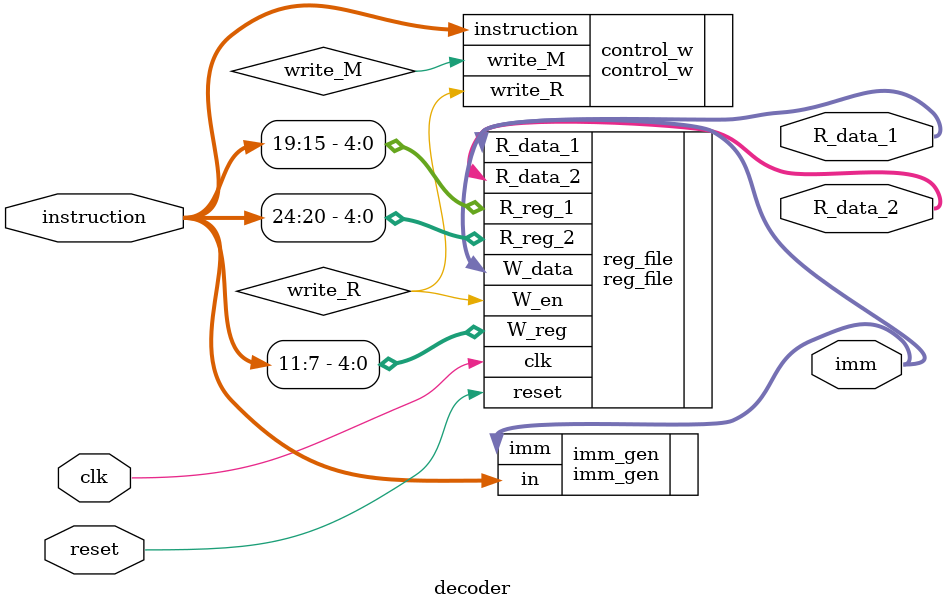
<source format=v>
module decoder(
    input clk,
    input reset,
    input [31:0] instruction,

    output [31:0] imm,
    output [31:0] R_data_1,
    output [31:0] R_data_2
);
    wire write_R, write_M;
    
    control_w control_w(
        .instruction(instruction),
        .write_R(write_R),
        .write_M(write_M)
    );

    imm_gen imm_gen(
        .in(instruction),
        .imm(imm)
    );

    reg_file reg_file(
        .clk(clk),
        .reset(reset),
        .R_reg_1(instruction[19:15]),
        .R_reg_2(instruction[24:20]),
        .W_reg(instruction[11:7]),
        .W_data(imm),
        .W_en(write_R),
        .R_data_1(R_data_1),
        .R_data_2(R_data_2)
    );
endmodule

</source>
